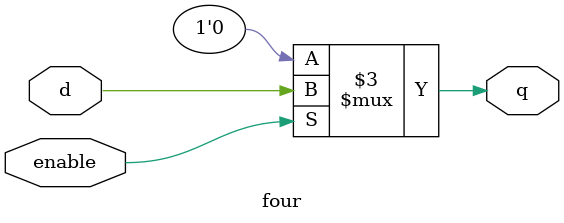
<source format=v>
module four ( d,q,enable);
input d;
input enable;
output reg q;
always @ (*)
begin
 if (enable)
   q<=d;
else
   q<=0;
end
endmodule

</source>
